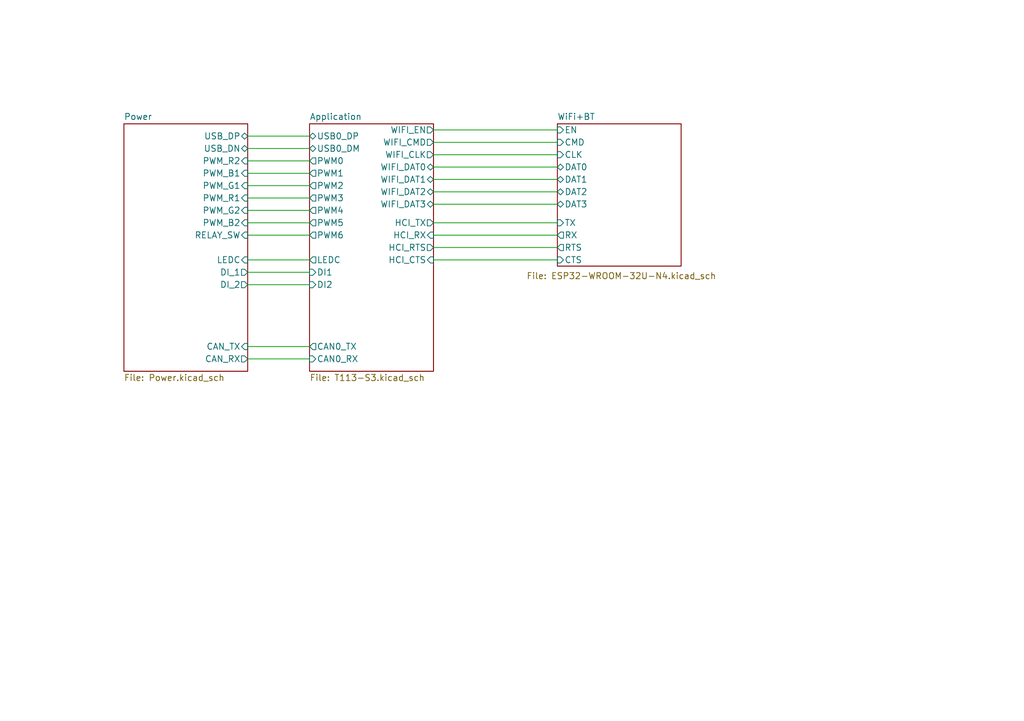
<source format=kicad_sch>
(kicad_sch (version 20230121) (generator eeschema)
  (paper "A5")
  (lib_symbols)
  (wire (pts (xy 114.3 41.91) (xy 88.9 41.91)))
  (wire (pts (xy 50.8 40.64) (xy 63.5 40.64)))
  (wire (pts (xy 50.8 73.66) (xy 63.5 73.66)))
  (wire (pts (xy 88.9 53.34) (xy 114.3 53.34)))
  (wire (pts (xy 50.8 30.48) (xy 63.5 30.48)))
  (wire (pts (xy 50.8 48.26) (xy 63.5 48.26)))
  (wire (pts (xy 50.8 71.12) (xy 63.5 71.12)))
  (wire (pts (xy 114.3 39.37) (xy 88.9 39.37)))
  (wire (pts (xy 114.3 36.83) (xy 88.9 36.83)))
  (wire (pts (xy 50.8 45.72) (xy 63.5 45.72)))
  (wire (pts (xy 50.8 27.94) (xy 63.5 27.94)))
  (wire (pts (xy 114.3 29.21) (xy 88.9 29.21)))
  (wire (pts (xy 114.3 34.29) (xy 88.9 34.29)))
  (wire (pts (xy 114.3 48.26) (xy 88.9 48.26)))
  (wire (pts (xy 50.8 55.88) (xy 63.5 55.88)))
  (wire (pts (xy 50.8 58.42) (xy 63.5 58.42)))
  (wire (pts (xy 88.9 50.8) (xy 114.3 50.8)))
  (wire (pts (xy 114.3 26.67) (xy 88.9 26.67)))
  (wire (pts (xy 50.8 35.56) (xy 63.5 35.56)))
  (wire (pts (xy 114.3 45.72) (xy 88.9 45.72)))
  (wire (pts (xy 50.8 53.34) (xy 63.5 53.34)))
  (wire (pts (xy 114.3 31.75) (xy 88.9 31.75)))
  (wire (pts (xy 50.8 43.18) (xy 63.5 43.18)))
  (wire (pts (xy 50.8 33.02) (xy 63.5 33.02)))
  (wire (pts (xy 50.8 38.1) (xy 63.5 38.1)))
  (sheet (at 63.5 25.4) (size 25.4 50.8) (stroke (width 0.1524))
    (property "Sheetname" "Application" (at 63.5 24.6884 0) (effects (justify left bottom)))
    (property "Sheetfile" "T113-S3.kicad_sch" (at 63.5 76.7846 0) (effects (justify left top)))
    (pin "WIFI_CLK" output (at 88.9 31.75 0))
    (pin "WIFI_DAT3" bidirectional (at 88.9 41.91 0))
    (pin "WIFI_DAT1" bidirectional (at 88.9 36.83 0))
    (pin "WIFI_DAT0" bidirectional (at 88.9 34.29 0))
    (pin "WIFI_CMD" output (at 88.9 29.21 0))
    (pin "WIFI_DAT2" bidirectional (at 88.9 39.37 0))
    (pin "WIFI_EN" output (at 88.9 26.67 0))
    (pin "HCI_RX" input (at 88.9 48.26 0))
    (pin "HCI_CTS" input (at 88.9 53.34 0))
    (pin "HCI_TX" output (at 88.9 45.72 0))
    (pin "HCI_RTS" output (at 88.9 50.8 0))
    (pin "PWM6" output (at 63.5 48.26 180))
    (pin "PWM4" output (at 63.5 43.18 180))
    (pin "PWM5" output (at 63.5 45.72 180))
    (pin "USB0_DP" bidirectional (at 63.5 27.94 180))
    (pin "USB0_DM" bidirectional (at 63.5 30.48 180))
    (pin "LEDC" output (at 63.5 53.34 180))
    (pin "CAN0_TX" output (at 63.5 71.12 180))
    (pin "CAN0_RX" input (at 63.5 73.66 180))
    (pin "PWM3" output (at 63.5 40.64 180))
    (pin "PWM1" output (at 63.5 35.56 180))
    (pin "PWM2" output (at 63.5 38.1 180))
    (pin "PWM0" output (at 63.5 33.02 180))
    (pin "DI1" input (at 63.5 55.88 180))
    (pin "DI2" input (at 63.5 58.42 180))
  )
  (sheet (at 25.4 25.4) (size 25.4 50.8) (stroke (width 0.1524))
    (property "Sheetname" "Power" (at 25.4 24.6884 0) (effects (justify left bottom)))
    (property "Sheetfile" "Power.kicad_sch" (at 25.4 76.7846 0) (effects (justify left top)))
    (pin "USB_DP" bidirectional (at 50.8 27.94 0))
    (pin "USB_DN" bidirectional (at 50.8 30.48 0))
    (pin "PWM_G2" input (at 50.8 43.18 0))
    (pin "PWM_B1" input (at 50.8 35.56 0))
    (pin "PWM_B2" input (at 50.8 45.72 0))
    (pin "LEDC" input (at 50.8 53.34 0))
    (pin "PWM_G1" input (at 50.8 38.1 0))
    (pin "PWM_R2" input (at 50.8 33.02 0))
    (pin "PWM_R1" input (at 50.8 40.64 0))
    (pin "CAN_TX" input (at 50.8 71.12 0))
    (pin "CAN_RX" output (at 50.8 73.66 0))
    (pin "RELAY_SW" input (at 50.8 48.26 0))
    (pin "DI_1" output (at 50.8 55.88 0))
    (pin "DI_2" output (at 50.8 58.42 0))
  )
  (sheet (at 114.3 25.4) (size 25.4 29.21) (stroke (width 0.1524))
    (property "Sheetname" "WiFi+BT" (at 114.3 24.6884 0) (effects (justify left bottom)))
    (property "Sheetfile" "ESP32-WROOM-32U-N4.kicad_sch" (at 107.95 55.88 0) (effects (justify left top)))
    (pin "DAT3" bidirectional (at 114.3 41.91 180))
    (pin "CMD" input (at 114.3 29.21 180))
    (pin "RTS" output (at 114.3 50.8 180))
    (pin "RX" output (at 114.3 48.26 180))
    (pin "TX" input (at 114.3 45.72 180))
    (pin "CTS" input (at 114.3 53.34 180))
    (pin "DAT2" bidirectional (at 114.3 39.37 180))
    (pin "DAT1" bidirectional (at 114.3 36.83 180))
    (pin "DAT0" bidirectional (at 114.3 34.29 180))
    (pin "CLK" input (at 114.3 31.75 180))
    (pin "EN" input (at 114.3 26.67 180))
  )
)
</source>
